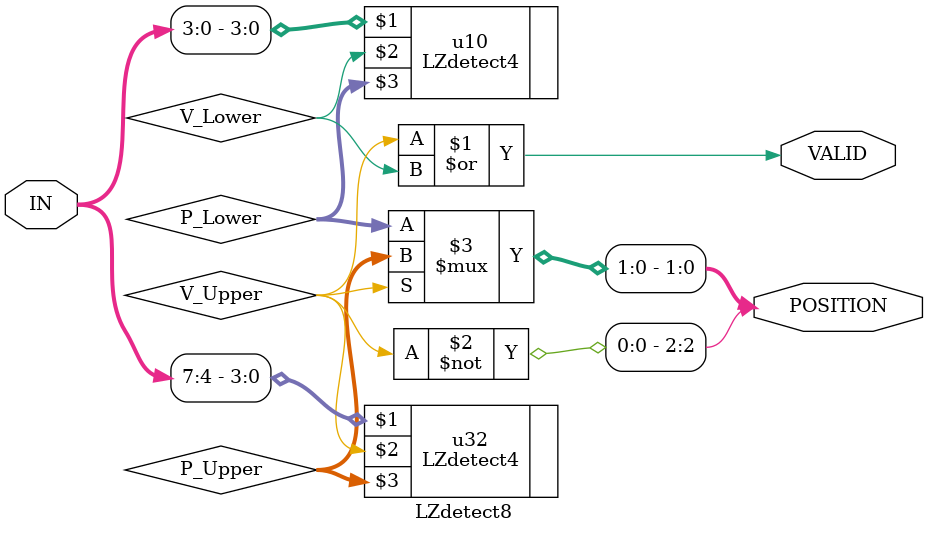
<source format=v>
module LZdetect8(
	IN,
	VALID,
	POSITION
);
	input [7:0] IN;
	output VALID;
	output [2:0] POSITION;
	
	wire V_Upper, V_Lower;
	wire [1:0] P_Upper, P_Lower;
	
	LZdetect4 u32 (IN[7:4], V_Upper, P_Upper);
	LZdetect4 u10 (IN[3:0], V_Lower, P_Lower);
	
	assign VALID = V_Upper | V_Lower;
	assign POSITION[2] = ~V_Upper;
	assign POSITION[1:0] = V_Upper? P_Upper : P_Lower;
	
endmodule


</source>
